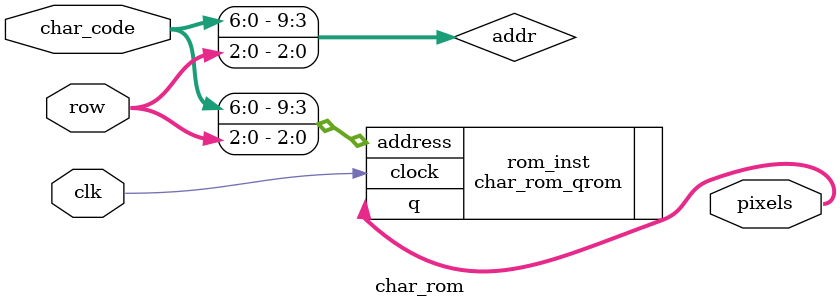
<source format=sv>
/* 
EE/CSE 371
Dec 5, 2025
Lab 6 - Red Light, Green Light  

Inputs: 
clk
char_code[7:0]  
row[2:0]       

Outputs: 
pixels[7:0] 

Description: character ROM converts convenient char_code + row interface to ROM address
Character ROM stores 8x8 pixel bitmap for rendering text. 
Address port combines 7 least significant bits of incoming character 
code with 3bit row index forming 10bit address selecting 1 of 1024 bytes 
in memory. ROM preloaded from MIF file, each byte contains 8 bits corresponding 
to 8 horizontal pixels on selected row. 1 lights pixel, 0 leaves pixel dark. 
ROM captures address on rising clock, outputs selected byte next cycle through 
pixels. Layout stores characters contiguously: character code selects block, 
row index selects offset inside block. char_rom holds bitmaps, memory stores 
8 rows per character, each row as 8-bit wide pattern, each bit drives pixel 
on/pixel off. Module uses synchronous read, address loads on rising clock, 
bitmap row appears next cycle */

module char_rom (
    input logic clk,
    input logic [7:0] char_code,  // ASCII character code (0-127)
    input logic [2:0] row, //row within character 0-7
    output logic [7:0] pixels   //8 pixels for this row
);
    //Calcu ROM address from char_code and row
    //Address = char_code * 8 + row
    logic [9:0] addr;
    assign addr = {char_code[6:0], row};  //concatenate 7 + 3 = 10 bits
    
    // Instantiate ROM
    char_rom_qrom rom_inst (
        .address(addr),    
        .clock(clk),   
        .q(pixels)  //8bit output
    );
endmodule //char_rom

</source>
